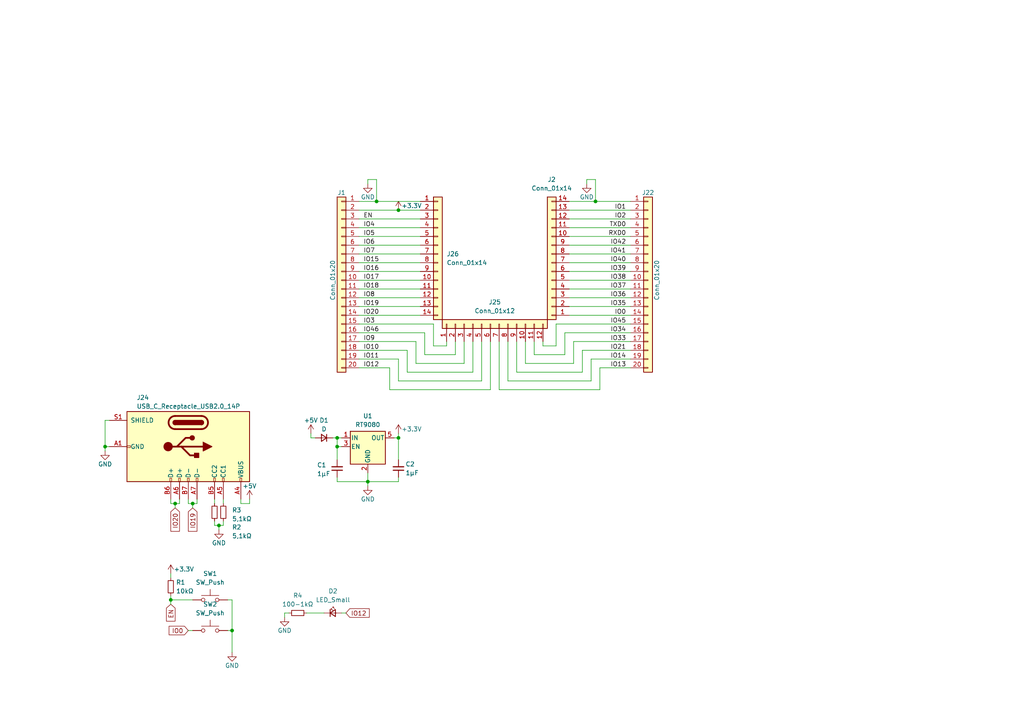
<source format=kicad_sch>
(kicad_sch (version 20231120) (generator "eeschema") (generator_version "8.0")
  (paper "A4")
  (lib_symbols
    (symbol "Connector:USB_C_Receptacle_USB2.0_14P" (pin_names (offset 1.016))
      (property "Reference" "J" (at 0 22.225 0))
      (property "Value" "USB_C_Receptacle_USB2.0_14P" (at 0 19.685 0))
      (symbol "USB_C_Receptacle_USB2.0_14P_0_0"
        (rectangle (start -0.254 -17.78) (end 0.254 -16.764))
        (rectangle (start 10.16 -4.826) (end 9.144 -5.334))
        (rectangle (start 10.16 -2.286) (end 9.144 -2.794))
        (rectangle (start 10.16 0.254) (end 9.144 -0.254))
        (rectangle (start 10.16 2.794) (end 9.144 2.286))
        (rectangle (start 10.16 7.874) (end 9.144 7.366))
        (rectangle (start 10.16 10.414) (end 9.144 9.906))
        (rectangle (start 10.16 15.494) (end 9.144 14.986))
      )
      (symbol "USB_C_Receptacle_USB2.0_14P_0_1"
        (rectangle (start -10.16 17.78) (end 10.16 -17.78) (stroke (width 0.254)) (fill (type background)))
        (arc (start -8.89 -3.81) (mid -6.985 -5.7067) (end -5.08 -3.81) (stroke (width 0.508)))
        (arc (start -7.62 -3.81) (mid -6.985 -4.4423) (end -6.35 -3.81) (stroke (width 0.254)))
        (arc (start -7.62 -3.81) (mid -6.985 -4.4423) (end -6.35 -3.81) (stroke (width 0.254)) (fill (type outline)))
        (rectangle (start -7.62 -3.81) (end -6.35 3.81) (stroke (width 0.254)) (fill (type outline)))
        (arc (start -6.35 3.81) (mid -6.985 4.4423) (end -7.62 3.81) (stroke (width 0.254)))
        (arc (start -6.35 3.81) (mid -6.985 4.4423) (end -7.62 3.81) (stroke (width 0.254)) (fill (type outline)))
        (arc (start -5.08 3.81) (mid -6.985 5.7067) (end -8.89 3.81) (stroke (width 0.508)))
        (circle (center -2.54 1.143) (radius 0.635) (stroke (width 0.254)) (fill (type outline)))
        (circle (center 0 -5.842) (radius 1.27) (fill (type outline)))
        (polyline (pts (xy -8.89 -3.81) (xy -8.89 3.81)) (stroke (width 0.508)))
        (polyline (pts (xy -5.08 3.81) (xy -5.08 -3.81)) (stroke (width 0.508)))
        (polyline (pts (xy 0 -5.842) (xy 0 4.318)) (stroke (width 0.508)))
        (polyline (pts (xy 0 -3.302) (xy -2.54 -0.762) (xy -2.54 0.508)) (stroke (width 0.508)))
        (polyline (pts (xy 0 -2.032) (xy 2.54 0.508) (xy 2.54 1.778)) (stroke (width 0.508)))
        (polyline (pts (xy -1.27 4.318) (xy 0 6.858) (xy 1.27 4.318) (xy -1.27 4.318)) (stroke (width 0.254)) (fill (type outline)))
        (rectangle (start 1.905 1.778) (end 3.175 3.048) (stroke (width 0.254)) (fill (type outline)))
      )
      (symbol "USB_C_Receptacle_USB2.0_14P_1_1"
        (pin passive line (at 0 -22.86 90) (length 5.08) (name "GND") (number "A1"))
        (pin passive line (at 0 -22.86 90) (length 5.08) hide (name "GND") (number "A12"))
        (pin passive line (at 15.24 15.24 180) (length 5.08) (name "VBUS") (number "A4"))
        (pin bidirectional line (at 15.24 10.16 180) (length 5.08) (name "CC1") (number "A5"))
        (pin bidirectional line (at 15.24 -2.54 180) (length 5.08) (name "D+") (number "A6"))
        (pin bidirectional line (at 15.24 2.54 180) (length 5.08) (name "D-") (number "A7"))
        (pin passive line (at 15.24 15.24 180) (length 5.08) hide (name "VBUS") (number "A9"))
        (pin passive line (at 0 -22.86 90) (length 5.08) hide (name "GND") (number "B1"))
        (pin passive line (at 0 -22.86 90) (length 5.08) hide (name "GND") (number "B12"))
        (pin passive line (at 15.24 15.24 180) (length 5.08) hide (name "VBUS") (number "B4"))
        (pin bidirectional line (at 15.24 7.62 180) (length 5.08) (name "CC2") (number "B5"))
        (pin bidirectional line (at 15.24 -5.08 180) (length 5.08) (name "D+") (number "B6"))
        (pin bidirectional line (at 15.24 0 180) (length 5.08) (name "D-") (number "B7"))
        (pin passive line (at 15.24 15.24 180) (length 5.08) hide (name "VBUS") (number "B9"))
        (pin passive line (at -7.62 -22.86 90) (length 5.08) (name "SHIELD") (number "S1"))
      )
    )
    (symbol "Connector_Generic:Conn_01x12" (pin_names (offset 1.016) hide)
      (property "Reference" "J" (at 0 15.24 0))
      (property "Value" "Conn_01x12" (at 0 -17.78 0))
      (symbol "Conn_01x12_1_1"
        (rectangle (start -1.27 -15.113) (end 0 -15.367) (stroke (width 0.1524)))
        (rectangle (start -1.27 -12.573) (end 0 -12.827) (stroke (width 0.1524)))
        (rectangle (start -1.27 -10.033) (end 0 -10.287) (stroke (width 0.1524)))
        (rectangle (start -1.27 -7.493) (end 0 -7.747) (stroke (width 0.1524)))
        (rectangle (start -1.27 -4.953) (end 0 -5.207) (stroke (width 0.1524)))
        (rectangle (start -1.27 -2.413) (end 0 -2.667) (stroke (width 0.1524)))
        (rectangle (start -1.27 0.127) (end 0 -0.127) (stroke (width 0.1524)))
        (rectangle (start -1.27 2.667) (end 0 2.413) (stroke (width 0.1524)))
        (rectangle (start -1.27 5.207) (end 0 4.953) (stroke (width 0.1524)))
        (rectangle (start -1.27 7.747) (end 0 7.493) (stroke (width 0.1524)))
        (rectangle (start -1.27 10.287) (end 0 10.033) (stroke (width 0.1524)))
        (rectangle (start -1.27 12.827) (end 0 12.573) (stroke (width 0.1524)))
        (rectangle (start -1.27 13.97) (end 1.27 -16.51) (stroke (width 0.254)) (fill (type background)))
        (pin passive line (at -5.08 12.7 0) (length 3.81) (name "Pin_1") (number "1"))
        (pin passive line (at -5.08 -10.16 0) (length 3.81) (name "Pin_10") (number "10"))
        (pin passive line (at -5.08 -12.7 0) (length 3.81) (name "Pin_11") (number "11"))
        (pin passive line (at -5.08 -15.24 0) (length 3.81) (name "Pin_12") (number "12"))
        (pin passive line (at -5.08 10.16 0) (length 3.81) (name "Pin_2") (number "2"))
        (pin passive line (at -5.08 7.62 0) (length 3.81) (name "Pin_3") (number "3"))
        (pin passive line (at -5.08 5.08 0) (length 3.81) (name "Pin_4") (number "4"))
        (pin passive line (at -5.08 2.54 0) (length 3.81) (name "Pin_5") (number "5"))
        (pin passive line (at -5.08 0 0) (length 3.81) (name "Pin_6") (number "6"))
        (pin passive line (at -5.08 -2.54 0) (length 3.81) (name "Pin_7") (number "7"))
        (pin passive line (at -5.08 -5.08 0) (length 3.81) (name "Pin_8") (number "8"))
        (pin passive line (at -5.08 -7.62 0) (length 3.81) (name "Pin_9") (number "9"))
      )
    )
    (symbol "Connector_Generic:Conn_01x14" (pin_names (offset 1.016) hide)
      (property "Reference" "J" (at 0 17.78 0))
      (property "Value" "Conn_01x14" (at 0 -20.32 0))
      (symbol "Conn_01x14_1_1"
        (rectangle (start -1.27 -17.653) (end 0 -17.907) (stroke (width 0.1524)))
        (rectangle (start -1.27 -15.113) (end 0 -15.367) (stroke (width 0.1524)))
        (rectangle (start -1.27 -12.573) (end 0 -12.827) (stroke (width 0.1524)))
        (rectangle (start -1.27 -10.033) (end 0 -10.287) (stroke (width 0.1524)))
        (rectangle (start -1.27 -7.493) (end 0 -7.747) (stroke (width 0.1524)))
        (rectangle (start -1.27 -4.953) (end 0 -5.207) (stroke (width 0.1524)))
        (rectangle (start -1.27 -2.413) (end 0 -2.667) (stroke (width 0.1524)))
        (rectangle (start -1.27 0.127) (end 0 -0.127) (stroke (width 0.1524)))
        (rectangle (start -1.27 2.667) (end 0 2.413) (stroke (width 0.1524)))
        (rectangle (start -1.27 5.207) (end 0 4.953) (stroke (width 0.1524)))
        (rectangle (start -1.27 7.747) (end 0 7.493) (stroke (width 0.1524)))
        (rectangle (start -1.27 10.287) (end 0 10.033) (stroke (width 0.1524)))
        (rectangle (start -1.27 12.827) (end 0 12.573) (stroke (width 0.1524)))
        (rectangle (start -1.27 15.367) (end 0 15.113) (stroke (width 0.1524)))
        (rectangle (start -1.27 16.51) (end 1.27 -19.05) (stroke (width 0.254)) (fill (type background)))
        (pin passive line (at -5.08 15.24 0) (length 3.81) (name "Pin_1") (number "1"))
        (pin passive line (at -5.08 -7.62 0) (length 3.81) (name "Pin_10") (number "10"))
        (pin passive line (at -5.08 -10.16 0) (length 3.81) (name "Pin_11") (number "11"))
        (pin passive line (at -5.08 -12.7 0) (length 3.81) (name "Pin_12") (number "12"))
        (pin passive line (at -5.08 -15.24 0) (length 3.81) (name "Pin_13") (number "13"))
        (pin passive line (at -5.08 -17.78 0) (length 3.81) (name "Pin_14") (number "14"))
        (pin passive line (at -5.08 12.7 0) (length 3.81) (name "Pin_2") (number "2"))
        (pin passive line (at -5.08 10.16 0) (length 3.81) (name "Pin_3") (number "3"))
        (pin passive line (at -5.08 7.62 0) (length 3.81) (name "Pin_4") (number "4"))
        (pin passive line (at -5.08 5.08 0) (length 3.81) (name "Pin_5") (number "5"))
        (pin passive line (at -5.08 2.54 0) (length 3.81) (name "Pin_6") (number "6"))
        (pin passive line (at -5.08 0 0) (length 3.81) (name "Pin_7") (number "7"))
        (pin passive line (at -5.08 -2.54 0) (length 3.81) (name "Pin_8") (number "8"))
        (pin passive line (at -5.08 -5.08 0) (length 3.81) (name "Pin_9") (number "9"))
      )
    )
    (symbol "Connector_Generic:Conn_01x20" (pin_names (offset 1.016) hide)
      (property "Reference" "J" (at 0 25.4 0))
      (property "Value" "Conn_01x20" (at 0 -27.94 0))
      (symbol "Conn_01x20_1_1"
        (rectangle (start -1.27 -25.273) (end 0 -25.527) (stroke (width 0.1524)))
        (rectangle (start -1.27 -22.733) (end 0 -22.987) (stroke (width 0.1524)))
        (rectangle (start -1.27 -20.193) (end 0 -20.447) (stroke (width 0.1524)))
        (rectangle (start -1.27 -17.653) (end 0 -17.907) (stroke (width 0.1524)))
        (rectangle (start -1.27 -15.113) (end 0 -15.367) (stroke (width 0.1524)))
        (rectangle (start -1.27 -12.573) (end 0 -12.827) (stroke (width 0.1524)))
        (rectangle (start -1.27 -10.033) (end 0 -10.287) (stroke (width 0.1524)))
        (rectangle (start -1.27 -7.493) (end 0 -7.747) (stroke (width 0.1524)))
        (rectangle (start -1.27 -4.953) (end 0 -5.207) (stroke (width 0.1524)))
        (rectangle (start -1.27 -2.413) (end 0 -2.667) (stroke (width 0.1524)))
        (rectangle (start -1.27 0.127) (end 0 -0.127) (stroke (width 0.1524)))
        (rectangle (start -1.27 2.667) (end 0 2.413) (stroke (width 0.1524)))
        (rectangle (start -1.27 5.207) (end 0 4.953) (stroke (width 0.1524)))
        (rectangle (start -1.27 7.747) (end 0 7.493) (stroke (width 0.1524)))
        (rectangle (start -1.27 10.287) (end 0 10.033) (stroke (width 0.1524)))
        (rectangle (start -1.27 12.827) (end 0 12.573) (stroke (width 0.1524)))
        (rectangle (start -1.27 15.367) (end 0 15.113) (stroke (width 0.1524)))
        (rectangle (start -1.27 17.907) (end 0 17.653) (stroke (width 0.1524)))
        (rectangle (start -1.27 20.447) (end 0 20.193) (stroke (width 0.1524)))
        (rectangle (start -1.27 22.987) (end 0 22.733) (stroke (width 0.1524)))
        (rectangle (start -1.27 24.13) (end 1.27 -26.67) (stroke (width 0.254)) (fill (type background)))
        (pin passive line (at -5.08 22.86 0) (length 3.81) (name "Pin_1") (number "1"))
        (pin passive line (at -5.08 0 0) (length 3.81) (name "Pin_10") (number "10"))
        (pin passive line (at -5.08 -2.54 0) (length 3.81) (name "Pin_11") (number "11"))
        (pin passive line (at -5.08 -5.08 0) (length 3.81) (name "Pin_12") (number "12"))
        (pin passive line (at -5.08 -7.62 0) (length 3.81) (name "Pin_13") (number "13"))
        (pin passive line (at -5.08 -10.16 0) (length 3.81) (name "Pin_14") (number "14"))
        (pin passive line (at -5.08 -12.7 0) (length 3.81) (name "Pin_15") (number "15"))
        (pin passive line (at -5.08 -15.24 0) (length 3.81) (name "Pin_16") (number "16"))
        (pin passive line (at -5.08 -17.78 0) (length 3.81) (name "Pin_17") (number "17"))
        (pin passive line (at -5.08 -20.32 0) (length 3.81) (name "Pin_18") (number "18"))
        (pin passive line (at -5.08 -22.86 0) (length 3.81) (name "Pin_19") (number "19"))
        (pin passive line (at -5.08 20.32 0) (length 3.81) (name "Pin_2") (number "2"))
        (pin passive line (at -5.08 -25.4 0) (length 3.81) (name "Pin_20") (number "20"))
        (pin passive line (at -5.08 17.78 0) (length 3.81) (name "Pin_3") (number "3"))
        (pin passive line (at -5.08 15.24 0) (length 3.81) (name "Pin_4") (number "4"))
        (pin passive line (at -5.08 12.7 0) (length 3.81) (name "Pin_5") (number "5"))
        (pin passive line (at -5.08 10.16 0) (length 3.81) (name "Pin_6") (number "6"))
        (pin passive line (at -5.08 7.62 0) (length 3.81) (name "Pin_7") (number "7"))
        (pin passive line (at -5.08 5.08 0) (length 3.81) (name "Pin_8") (number "8"))
        (pin passive line (at -5.08 2.54 0) (length 3.81) (name "Pin_9") (number "9"))
      )
    )
    (symbol "Device:C_Small" (pin_numbers hide) (pin_names (offset 0.254) hide)
      (property "Reference" "C" (at 0.254 1.778 0))
      (property "Value" "C_Small" (at 0.254 -2.032 0))
      (symbol "C_Small_0_1"
        (polyline (pts (xy -1.524 -0.508) (xy 1.524 -0.508)) (stroke (width 0.3302)))
        (polyline (pts (xy -1.524 0.508) (xy 1.524 0.508)) (stroke (width 0.3048)))
      )
      (symbol "C_Small_1_1"
        (pin passive line (at 0 2.54 270) (length 2.032) (name "~") (number "1"))
        (pin passive line (at 0 -2.54 90) (length 2.032) (name "~") (number "2"))
      )
    )
    (symbol "Device:D_Small" (pin_numbers hide) (pin_names (offset 0.254) hide)
      (property "Reference" "D" (at -1.27 2.032 0))
      (property "Value" "D_Small" (at -3.81 -2.032 0))
      (symbol "D_Small_0_1"
        (polyline (pts (xy -0.762 -1.016) (xy -0.762 1.016)) (stroke (width 0.254)))
        (polyline (pts (xy -0.762 0) (xy 0.762 0)))
        (polyline (pts (xy 0.762 -1.016) (xy -0.762 0) (xy 0.762 1.016) (xy 0.762 -1.016)) (stroke (width 0.254)))
      )
      (symbol "D_Small_1_1"
        (pin passive line (at -2.54 0 0) (length 1.778) (name "K") (number "1"))
        (pin passive line (at 2.54 0 180) (length 1.778) (name "A") (number "2"))
      )
    )
    (symbol "Device:LED_Small" (pin_numbers hide) (pin_names (offset 0.254) hide)
      (property "Reference" "D" (at -1.27 3.175 0))
      (property "Value" "LED_Small" (at -4.445 -2.54 0))
      (symbol "LED_Small_0_1"
        (polyline (pts (xy -0.762 -1.016) (xy -0.762 1.016)) (stroke (width 0.254)))
        (polyline (pts (xy 1.016 0) (xy -0.762 0)))
        (polyline (pts (xy 0.762 -1.016) (xy -0.762 0) (xy 0.762 1.016) (xy 0.762 -1.016)) (stroke (width 0.254)))
        (polyline (pts (xy 0 0.762) (xy -0.508 1.27) (xy -0.254 1.27) (xy -0.508 1.27) (xy -0.508 1.016)))
        (polyline (pts (xy 0.508 1.27) (xy 0 1.778) (xy 0.254 1.778) (xy 0 1.778) (xy 0 1.524)))
      )
      (symbol "LED_Small_1_1"
        (pin passive line (at -2.54 0 0) (length 1.778) (name "K") (number "1"))
        (pin passive line (at 2.54 0 180) (length 1.778) (name "A") (number "2"))
      )
    )
    (symbol "Device:R_Small" (pin_numbers hide) (pin_names (offset 0.254) hide)
      (property "Reference" "R" (at 0.762 0.508 0))
      (property "Value" "R_Small" (at 0.762 -1.016 0))
      (symbol "R_Small_0_1"
        (rectangle (start -0.762 1.778) (end 0.762 -1.778) (stroke (width 0.2032)))
      )
      (symbol "R_Small_1_1"
        (pin passive line (at 0 2.54 270) (length 0.762) (name "~") (number "1"))
        (pin passive line (at 0 -2.54 90) (length 0.762) (name "~") (number "2"))
      )
    )
    (symbol "Regulator_Linear:TLV75533PDBV" (pin_names (offset 0.254))
      (property "Reference" "U" (at -3.81 5.715 0))
      (property "Value" "TLV75533PDBV" (at 0 5.715 0))
      (symbol "TLV75533PDBV_0_1"
        (rectangle (start -5.08 4.445) (end 5.08 -5.08) (stroke (width 0.254)) (fill (type background)))
      )
      (symbol "TLV75533PDBV_1_1"
        (pin power_in line (at -7.62 2.54 0) (length 2.54) (name "IN") (number "1"))
        (pin power_in line (at 0 -7.62 90) (length 2.54) (name "GND") (number "2"))
        (pin input line (at -7.62 0 0) (length 2.54) (name "EN") (number "3"))
        (pin no_connect line (at 5.08 0 180) (length 2.54) hide (name "NC") (number "4"))
        (pin power_out line (at 7.62 2.54 180) (length 2.54) (name "OUT") (number "5"))
      )
    )
    (symbol "Switch:SW_Push" (pin_numbers hide) (pin_names (offset 1.016) hide)
      (property "Reference" "SW" (at 1.27 2.54 0))
      (property "Value" "SW_Push" (at 0 -1.524 0))
      (symbol "SW_Push_0_1"
        (circle (center -2.032 0) (radius 0.508))
        (polyline (pts (xy 0 1.27) (xy 0 3.048)))
        (polyline (pts (xy 2.54 1.27) (xy -2.54 1.27)))
        (circle (center 2.032 0) (radius 0.508))
        (pin passive line (at -5.08 0 0) (length 2.54) (name "1") (number "1"))
        (pin passive line (at 5.08 0 180) (length 2.54) (name "2") (number "2"))
      )
    )
    (symbol "power:+3.3V" (power) (pin_names (offset 0))
      (property "Value" "+3.3V" (at 0 3.556 0))
      (symbol "+3.3V_0_1"
        (polyline (pts (xy -0.762 1.27) (xy 0 2.54)))
        (polyline (pts (xy 0 0) (xy 0 2.54)))
        (polyline (pts (xy 0 2.54) (xy 0.762 1.27)))
      )
      (symbol "+3.3V_1_1"
        (pin power_in line (at 0 0 90) (length 0) hide (name "+3.3V") (number "1"))
      )
    )
    (symbol "power:+5V" (power) (pin_names (offset 0))
      (property "Value" "+5V" (at 0 3.556 0))
      (symbol "+5V_0_1"
        (polyline (pts (xy -0.762 1.27) (xy 0 2.54)))
        (polyline (pts (xy 0 0) (xy 0 2.54)))
        (polyline (pts (xy 0 2.54) (xy 0.762 1.27)))
      )
      (symbol "+5V_1_1"
        (pin power_in line (at 0 0 90) (length 0) hide (name "+5V") (number "1"))
      )
    )
    (symbol "power:GND" (power) (pin_names (offset 0))
      (property "Value" "GND" (at 0 -3.81 0))
      (symbol "GND_0_1"
        (polyline (pts (xy 0 0) (xy 0 -1.27) (xy 1.27 -1.27) (xy 0 -2.54) (xy -1.27 -1.27) (xy 0 -1.27)))
      )
      (symbol "GND_1_1"
        (pin power_in line (at 0 0 270) (length 0) hide (name "GND") (number "1"))
      )
    )
  )
  (junction (at 115.57 127))
  (junction (at 109.22 58.42))
  (junction (at 30.48 129.54))
  (junction (at 49.53 173.99))
  (junction (at 97.79 127))
  (junction (at 97.79 129.54))
  (junction (at 55.88 146.05))
  (junction (at 115.57 60.96))
  (junction (at 63.5 152.4))
  (junction (at 50.8 146.05))
  (junction (at 67.31 182.88))
  (junction (at 106.68 139.7))
  (junction (at 172.72 58.42))
  (wire (pts (xy 49.53 146.05) (xy 50.8 146.05)))
  (wire (pts (xy 115.57 104.14) (xy 115.57 110.49)))
  (wire (pts (xy 90.17 127) (xy 91.44 127)))
  (wire (pts (xy 121.92 58.42) (xy 109.22 58.42)))
  (wire (pts (xy 54.61 182.88) (xy 55.88 182.88)))
  (wire (pts (xy 104.14 104.14) (xy 115.57 104.14)))
  (wire (pts (xy 182.88 91.44) (xy 165.1 91.44)))
  (wire (pts (xy 67.31 173.99) (xy 66.04 173.99)))
  (wire (pts (xy 182.88 76.2) (xy 165.1 76.2)))
  (wire (pts (xy 121.92 88.9) (xy 104.14 88.9)))
  (wire (pts (xy 129.54 99.06) (xy 129.54 100.33)))
  (wire (pts (xy 106.68 137.16) (xy 106.68 139.7)))
  (wire (pts (xy 90.17 125.73) (xy 90.17 127)))
  (wire (pts (xy 54.61 146.05) (xy 55.88 146.05)))
  (wire (pts (xy 62.23 152.4) (xy 63.5 152.4)))
  (wire (pts (xy 104.14 93.98) (xy 125.73 93.98)))
  (wire (pts (xy 115.57 127) (xy 114.3 127)))
  (wire (pts (xy 52.07 146.05) (xy 50.8 146.05)))
  (wire (pts (xy 62.23 144.78) (xy 62.23 146.05)))
  (wire (pts (xy 121.92 63.5) (xy 104.14 63.5)))
  (wire (pts (xy 49.53 173.99) (xy 55.88 173.99)))
  (wire (pts (xy 121.92 68.58) (xy 104.14 68.58)))
  (wire (pts (xy 182.88 106.68) (xy 173.99 106.68)))
  (wire (pts (xy 134.62 99.06) (xy 134.62 105.41)))
  (wire (pts (xy 121.92 83.82) (xy 104.14 83.82)))
  (wire (pts (xy 99.06 177.8) (xy 100.33 177.8)))
  (wire (pts (xy 97.79 127) (xy 99.06 127)))
  (wire (pts (xy 163.83 102.87) (xy 154.94 102.87)))
  (wire (pts (xy 173.99 106.68) (xy 173.99 113.03)))
  (wire (pts (xy 82.55 177.8) (xy 82.55 179.07)))
  (wire (pts (xy 137.16 99.06) (xy 137.16 107.95)))
  (wire (pts (xy 172.72 52.07) (xy 172.72 58.42)))
  (wire (pts (xy 182.88 93.98) (xy 161.29 93.98)))
  (wire (pts (xy 120.65 105.41) (xy 134.62 105.41)))
  (wire (pts (xy 118.11 107.95) (xy 137.16 107.95)))
  (wire (pts (xy 49.53 173.99) (xy 49.53 175.26)))
  (wire (pts (xy 64.77 144.78) (xy 64.77 146.05)))
  (wire (pts (xy 121.92 81.28) (xy 104.14 81.28)))
  (wire (pts (xy 104.14 91.44) (xy 121.92 91.44)))
  (wire (pts (xy 115.57 60.96) (xy 104.14 60.96)))
  (wire (pts (xy 166.37 99.06) (xy 166.37 105.41)))
  (wire (pts (xy 172.72 58.42) (xy 165.1 58.42)))
  (wire (pts (xy 170.18 53.34) (xy 170.18 52.07)))
  (wire (pts (xy 57.15 144.78) (xy 57.15 146.05)))
  (wire (pts (xy 52.07 144.78) (xy 52.07 146.05)))
  (wire (pts (xy 132.08 102.87) (xy 132.08 99.06)))
  (wire (pts (xy 30.48 129.54) (xy 31.75 129.54)))
  (wire (pts (xy 97.79 129.54) (xy 97.79 133.35)))
  (wire (pts (xy 121.92 86.36) (xy 104.14 86.36)))
  (wire (pts (xy 104.14 96.52) (xy 123.19 96.52)))
  (wire (pts (xy 115.57 110.49) (xy 139.7 110.49)))
  (wire (pts (xy 69.85 146.05) (xy 69.85 144.78)))
  (wire (pts (xy 55.88 146.05) (xy 55.88 147.32)))
  (wire (pts (xy 125.73 93.98) (xy 125.73 100.33)))
  (wire (pts (xy 121.92 76.2) (xy 104.14 76.2)))
  (wire (pts (xy 64.77 151.13) (xy 64.77 152.4)))
  (wire (pts (xy 50.8 146.05) (xy 50.8 147.32)))
  (wire (pts (xy 121.92 66.04) (xy 104.14 66.04)))
  (wire (pts (xy 97.79 129.54) (xy 99.06 129.54)))
  (wire (pts (xy 171.45 104.14) (xy 171.45 110.49)))
  (wire (pts (xy 182.88 86.36) (xy 165.1 86.36)))
  (wire (pts (xy 97.79 139.7) (xy 106.68 139.7)))
  (wire (pts (xy 144.78 113.03) (xy 144.78 99.06)))
  (wire (pts (xy 182.88 58.42) (xy 172.72 58.42)))
  (wire (pts (xy 88.9 177.8) (xy 93.98 177.8)))
  (wire (pts (xy 182.88 71.12) (xy 165.1 71.12)))
  (wire (pts (xy 66.04 182.88) (xy 67.31 182.88)))
  (wire (pts (xy 113.03 113.03) (xy 142.24 113.03)))
  (wire (pts (xy 157.48 99.06) (xy 157.48 100.33)))
  (wire (pts (xy 31.75 121.92) (xy 30.48 121.92)))
  (wire (pts (xy 49.53 166.37) (xy 49.53 167.64)))
  (wire (pts (xy 139.7 110.49) (xy 139.7 99.06)))
  (wire (pts (xy 82.55 177.8) (xy 83.82 177.8)))
  (wire (pts (xy 121.92 78.74) (xy 104.14 78.74)))
  (wire (pts (xy 121.92 71.12) (xy 104.14 71.12)))
  (wire (pts (xy 120.65 99.06) (xy 120.65 105.41)))
  (wire (pts (xy 72.39 144.78) (xy 72.39 146.05)))
  (wire (pts (xy 182.88 66.04) (xy 165.1 66.04)))
  (wire (pts (xy 72.39 146.05) (xy 69.85 146.05)))
  (wire (pts (xy 147.32 110.49) (xy 147.32 99.06)))
  (wire (pts (xy 161.29 100.33) (xy 157.48 100.33)))
  (wire (pts (xy 182.88 73.66) (xy 165.1 73.66)))
  (wire (pts (xy 109.22 58.42) (xy 104.14 58.42)))
  (wire (pts (xy 115.57 133.35) (xy 115.57 127)))
  (wire (pts (xy 149.86 99.06) (xy 149.86 107.95)))
  (wire (pts (xy 182.88 83.82) (xy 165.1 83.82)))
  (wire (pts (xy 171.45 110.49) (xy 147.32 110.49)))
  (wire (pts (xy 67.31 173.99) (xy 67.31 182.88)))
  (wire (pts (xy 166.37 105.41) (xy 152.4 105.41)))
  (wire (pts (xy 182.88 68.58) (xy 165.1 68.58)))
  (wire (pts (xy 97.79 138.43) (xy 97.79 139.7)))
  (wire (pts (xy 30.48 129.54) (xy 30.48 130.81)))
  (wire (pts (xy 182.88 78.74) (xy 165.1 78.74)))
  (wire (pts (xy 106.68 53.34) (xy 106.68 52.07)))
  (wire (pts (xy 97.79 127) (xy 97.79 129.54)))
  (wire (pts (xy 182.88 60.96) (xy 165.1 60.96)))
  (wire (pts (xy 118.11 101.6) (xy 118.11 107.95)))
  (wire (pts (xy 109.22 52.07) (xy 109.22 58.42)))
  (wire (pts (xy 63.5 152.4) (xy 63.5 153.67)))
  (wire (pts (xy 168.91 107.95) (xy 149.86 107.95)))
  (wire (pts (xy 154.94 102.87) (xy 154.94 99.06)))
  (wire (pts (xy 64.77 152.4) (xy 63.5 152.4)))
  (wire (pts (xy 49.53 172.72) (xy 49.53 173.99)))
  (wire (pts (xy 54.61 144.78) (xy 54.61 146.05)))
  (wire (pts (xy 113.03 106.68) (xy 113.03 113.03)))
  (wire (pts (xy 161.29 93.98) (xy 161.29 100.33)))
  (wire (pts (xy 168.91 101.6) (xy 168.91 107.95)))
  (wire (pts (xy 106.68 139.7) (xy 106.68 140.97)))
  (wire (pts (xy 104.14 99.06) (xy 120.65 99.06)))
  (wire (pts (xy 163.83 96.52) (xy 163.83 102.87)))
  (wire (pts (xy 115.57 139.7) (xy 106.68 139.7)))
  (wire (pts (xy 170.18 52.07) (xy 172.72 52.07)))
  (wire (pts (xy 67.31 182.88) (xy 67.31 189.23)))
  (wire (pts (xy 182.88 88.9) (xy 165.1 88.9)))
  (wire (pts (xy 142.24 113.03) (xy 142.24 99.06)))
  (wire (pts (xy 182.88 101.6) (xy 168.91 101.6)))
  (wire (pts (xy 104.14 101.6) (xy 118.11 101.6)))
  (wire (pts (xy 115.57 125.73) (xy 115.57 127)))
  (wire (pts (xy 106.68 52.07) (xy 109.22 52.07)))
  (wire (pts (xy 182.88 81.28) (xy 165.1 81.28)))
  (wire (pts (xy 104.14 106.68) (xy 113.03 106.68)))
  (wire (pts (xy 49.53 144.78) (xy 49.53 146.05)))
  (wire (pts (xy 125.73 100.33) (xy 129.54 100.33)))
  (wire (pts (xy 96.52 127) (xy 97.79 127)))
  (wire (pts (xy 121.92 73.66) (xy 104.14 73.66)))
  (wire (pts (xy 115.57 138.43) (xy 115.57 139.7)))
  (wire (pts (xy 152.4 99.06) (xy 152.4 105.41)))
  (wire (pts (xy 173.99 113.03) (xy 144.78 113.03)))
  (wire (pts (xy 62.23 151.13) (xy 62.23 152.4)))
  (wire (pts (xy 123.19 96.52) (xy 123.19 102.87)))
  (wire (pts (xy 55.88 146.05) (xy 57.15 146.05)))
  (wire (pts (xy 182.88 63.5) (xy 165.1 63.5)))
  (wire (pts (xy 182.88 104.14) (xy 171.45 104.14)))
  (wire (pts (xy 30.48 121.92) (xy 30.48 129.54)))
  (wire (pts (xy 182.88 96.52) (xy 163.83 96.52)))
  (wire (pts (xy 182.88 99.06) (xy 166.37 99.06)))
  (wire (pts (xy 121.92 60.96) (xy 115.57 60.96)))
  (wire (pts (xy 123.19 102.87) (xy 132.08 102.87)))
  (label "IO14" (at 181.61 104.14 180))
  (label "IO0" (at 181.61 91.44 180))
  (label "IO21" (at 181.61 101.6 180))
  (label "IO6" (at 105.41 71.12 0))
  (label "IO42" (at 181.61 71.12 180))
  (label "IO36" (at 181.61 86.36 180))
  (label "TXD0" (at 181.61 66.04 180))
  (label "IO11" (at 105.41 104.14 0))
  (label "IO8" (at 105.41 86.36 0))
  (label "RXD0" (at 181.61 68.58 180))
  (label "IO33" (at 181.61 99.06 180))
  (label "IO9" (at 105.41 99.06 0))
  (label "IO39" (at 181.61 78.74 180))
  (label "IO34" (at 181.61 96.52 180))
  (label "IO38" (at 181.61 81.28 180))
  (label "EN" (at 105.41 63.5 0))
  (label "IO45" (at 181.61 93.98 180))
  (label "IO35" (at 181.61 88.9 180))
  (label "IO18" (at 105.41 83.82 0))
  (label "IO3" (at 105.41 93.98 0))
  (label "IO17" (at 105.41 81.28 0))
  (label "IO10" (at 105.41 101.6 0))
  (label "IO4" (at 105.41 66.04 0))
  (label "IO5" (at 105.41 68.58 0))
  (label "IO7" (at 105.41 73.66 0))
  (label "IO1" (at 181.61 60.96 180))
  (label "IO12" (at 105.41 106.68 0))
  (label "IO46" (at 105.41 96.52 0))
  (label "IO2" (at 181.61 63.5 180))
  (label "IO13" (at 181.61 106.68 180))
  (label "IO41" (at 181.61 73.66 180))
  (label "IO15" (at 105.41 76.2 0))
  (label "IO37" (at 181.61 83.82 180))
  (label "IO16" (at 105.41 78.74 0))
  (label "IO40" (at 181.61 76.2 180))
  (label "IO20" (at 105.41 91.44 0))
  (label "IO19" (at 105.41 88.9 0))
  (global_label "IO0" (shape input) (at 54.61 182.88 180) (property "Intersheetrefs" "${INTERSHEET_REFS}" (effects (hide yes))))
  (global_label "IO12" (shape input) (at 100.33 177.8 0) (property "Intersheetrefs" "${INTERSHEET_REFS}" (effects (hide yes))))
  (global_label "EN" (shape input) (at 49.53 175.26 270) (property "Intersheetrefs" "${INTERSHEET_REFS}" (effects (hide yes))))
  (global_label "IO20" (shape input) (at 50.8 147.32 270) (property "Intersheetrefs" "${INTERSHEET_REFS}" (effects (hide yes))))
  (global_label "IO19" (shape input) (at 55.88 147.32 270) (property "Intersheetrefs" "${INTERSHEET_REFS}" (effects (hide yes))))
  (symbol (lib_id "Connector_Generic:Conn_01x20") (at 187.96 81.28 0) (unit 1)
    (property "Reference" "J22" (at 187.96 55.88 0))
    (property "Value" "Conn_01x20" (at 190.5 81.28 90))
    (property "Footprint" "Connector_PinHeader_2.54mm:PinHeader_1x20_P2.54mm_Vertical" (effects (hide yes)))
  )
  (symbol (lib_id "Device:R_Small") (at 62.23 148.59 0) (unit 1)
    (property "Reference" "R2" (at 67.31 152.908 0) (effects (justify left)))
    (property "Value" "5,1kΩ" (at 67.31 155.448 0) (effects (justify left)))
    (property "Footprint" "Resistor_SMD:R_0402_1005Metric" (effects (hide yes)))
  )
  (symbol (lib_id "Device:R_Small") (at 86.36 177.8 90) (unit 1)
    (property "Reference" "R4" (at 86.36 172.72 90))
    (property "Value" "100-1kΩ" (at 86.36 175.26 90))
    (property "Footprint" "Resistor_SMD:R_0402_1005Metric" (effects (hide yes)))
  )
  (symbol (lib_id "Device:LED_Small") (at 96.52 177.8 0) (unit 1)
    (property "Reference" "D2" (at 96.5835 171.45 0))
    (property "Value" "LED_Small" (at 96.5835 173.99 0))
    (property "Footprint" "LED_SMD:LED_0402_1005Metric" (effects (hide yes)))
    (property "Description" "Light emitting diode, small symbol" (effects (hide yes)))
  )
  (symbol (lib_id "Device:D_Small") (at 93.98 127 180) (unit 1)
    (property "Reference" "D1" (at 93.98 121.92 0))
    (property "Value" "D" (at 93.98 124.46 0))
    (property "Footprint" "Diode_SMD:D_SOD-323" (effects (hide yes)))
    (property "Sim.Device" "D" (effects (hide yes)))
    (property "Sim.Pins" "1=K 2=A" (effects (hide yes)))
  )
  (symbol (lib_id "Device:C_Small") (at 97.79 135.89 180) (unit 1)
    (property "Reference" "C1" (at 91.948 134.874 0) (effects (justify right)))
    (property "Value" "1µF" (at 91.948 137.414 0) (effects (justify right)))
    (property "Footprint" "Capacitor_SMD:C_0402_1005Metric" (effects (hide yes)))
  )
  (symbol (lib_id "power:+5V") (at 90.17 125.73 0) (unit 1)
    (property "Reference" "#PWR06" (effects (hide yes)))
    (property "Value" "+5V" (at 90.17 121.92 0))
  )
  (symbol (lib_id "power:GND") (at 106.68 53.34 0) (unit 1)
    (property "Reference" "#PWR010" (effects (hide yes)))
    (property "Value" "GND" (at 106.68 57.15 0))
  )
  (symbol (lib_id "power:GND") (at 67.31 189.23 0) (unit 1)
    (property "Reference" "#PWR04" (effects (hide yes)))
    (property "Value" "GND" (at 67.31 193.04 0))
  )
  (symbol (lib_id "power:+5V") (at 72.39 144.78 0) (unit 1)
    (property "Reference" "#PWR05" (effects (hide yes)))
    (property "Value" "+5V" (at 72.39 140.97 0))
  )
  (symbol (lib_id "Device:R_Small") (at 64.77 148.59 0) (unit 1)
    (property "Reference" "R3" (at 67.31 147.955 0) (effects (justify left)))
    (property "Value" "5,1kΩ" (at 67.31 150.495 0) (effects (justify left)))
    (property "Footprint" "Resistor_SMD:R_0402_1005Metric" (effects (hide yes)))
  )
  (symbol (lib_id "Switch:SW_Push") (at 60.96 173.99 0) (unit 1)
    (property "Reference" "SW1" (at 60.96 166.37 0))
    (property "Value" "SW_Push" (at 60.96 168.91 0))
    (property "Footprint" "Button_Switch_SMD:SW_Push_SPST_NO_Alps_SKRK" (effects (hide yes)))
  )
  (symbol (lib_id "power:+3.3V") (at 115.57 125.73 0) (unit 1)
    (property "Reference" "#PWR08" (effects (hide yes)))
    (property "Value" "+3.3V" (at 119.38 124.46 0))
  )
  (symbol (lib_id "power:+3.3V") (at 49.53 166.37 0) (unit 1)
    (property "Reference" "#PWR02" (effects (hide yes)))
    (property "Value" "+3.3V" (at 53.34 165.1 0))
  )
  (symbol (lib_id "Device:C_Small") (at 115.57 135.89 180) (unit 1)
    (property "Reference" "C2" (at 117.602 134.62 0) (effects (justify right)))
    (property "Value" "1µF" (at 117.602 137.16 0) (effects (justify right)))
    (property "Footprint" "Capacitor_SMD:C_0402_1005Metric" (effects (hide yes)))
  )
  (symbol (lib_id "power:GND") (at 82.55 179.07 0) (unit 1)
    (property "Reference" "#PWR012" (effects (hide yes)))
    (property "Value" "GND" (at 82.55 182.88 0))
  )
  (symbol (lib_id "Connector:USB_C_Receptacle_USB2.0_14P") (at 54.61 129.54 270) (unit 1)
    (property "Reference" "J24" (at 39.624 115.316 90) (effects (justify left)))
    (property "Value" "USB_C_Receptacle_USB2.0_14P" (at 39.624 117.856 90) (effects (justify left)))
    (property "Footprint" "Connector_USB:USB_C_Receptacle_G-Switch_GT-USB-7010ASV" (effects (hide yes)))
    (property "Datasheet" "https://www.usb.org/sites/default/files/documents/usb_type-c.zip" (effects (hide yes)))
    (property "Description" "USB 2.0-only 14P Type-C Receptacle connector" (effects (hide yes)))
  )
  (symbol (lib_id "Connector_Generic:Conn_01x14") (at 160.02 76.2 180) (unit 1)
    (property "Reference" "J2" (at 160.02 52.07 0))
    (property "Value" "Conn_01x14" (at 160.02 54.61 0))
    (property "Footprint" "flexypin:FlexyPin_1x14_P1.27mm" (effects (hide yes)))
    (property "Description" "Generic connector, single row, 01x14, script generated (kicad-library-utils/schlib/autogen/connector/)" (effects (hide yes)))
  )
  (symbol (lib_id "power:GND") (at 106.68 140.97 0) (unit 1)
    (property "Reference" "#PWR07" (effects (hide yes)))
    (property "Value" "GND" (at 106.68 144.78 0))
  )
  (symbol (lib_id "Connector_Generic:Conn_01x20") (at 99.06 81.28 0) (mirror y) (unit 1)
    (property "Reference" "J1" (at 99.06 55.88 0))
    (property "Value" "Conn_01x20" (at 96.52 81.28 90))
    (property "Footprint" "Connector_PinHeader_2.54mm:PinHeader_1x20_P2.54mm_Vertical" (effects (hide yes)))
  )
  (symbol (lib_id "Connector_Generic:Conn_01x14") (at 127 73.66 0) (unit 1)
    (property "Reference" "J26" (at 129.54 73.6599 0) (effects (justify left)))
    (property "Value" "Conn_01x14" (at 129.54 76.1999 0) (effects (justify left)))
    (property "Footprint" "flexypin:FlexyPin_1x14_P1.27mm" (effects (hide yes)))
    (property "Description" "Generic connector, single row, 01x14, script generated (kicad-library-utils/schlib/autogen/connector/)" (effects (hide yes)))
  )
  (symbol (lib_id "Regulator_Linear:TLV75533PDBV") (at 106.68 129.54 0) (unit 1)
    (property "Reference" "U1" (at 106.68 120.65 0))
    (property "Value" "RT9080" (at 106.68 123.19 0))
    (property "Footprint" "Package_TO_SOT_SMD:SOT-23-5" (effects (hide yes)))
    (property "Datasheet" "http://www.ti.com/lit/ds/symlink/tlv755p.pdf" (effects (hide yes)))
  )
  (symbol (lib_id "power:GND") (at 63.5 153.67 0) (unit 1)
    (property "Reference" "#PWR03" (effects (hide yes)))
    (property "Value" "GND" (at 63.5 157.48 0))
  )
  (symbol (lib_id "Device:R_Small") (at 49.53 170.18 0) (unit 1)
    (property "Reference" "R1" (at 51.054 168.91 0) (effects (justify left)))
    (property "Value" "10kΩ" (at 51.054 171.45 0) (effects (justify left)))
    (property "Footprint" "Resistor_SMD:R_0402_1005Metric" (effects (hide yes)))
  )
  (symbol (lib_id "Connector_Generic:Conn_01x12") (at 142.24 93.98 90) (unit 1)
    (property "Reference" "J25" (at 143.51 87.63 90))
    (property "Value" "Conn_01x12" (at 143.51 90.17 90))
    (property "Footprint" "flexypin:FlexyPin_1x12_P1.27mm" (effects (hide yes)))
    (property "Description" "Generic connector, single row, 01x12, script generated (kicad-library-utils/schlib/autogen/connector/)" (effects (hide yes)))
  )
  (symbol (lib_id "Switch:SW_Push") (at 60.96 182.88 0) (unit 1)
    (property "Reference" "SW2" (at 60.96 175.26 0))
    (property "Value" "SW_Push" (at 60.96 177.8 0))
    (property "Footprint" "Button_Switch_SMD:SW_Push_SPST_NO_Alps_SKRK" (effects (hide yes)))
  )
  (symbol (lib_id "power:GND") (at 30.48 130.81 0) (unit 1)
    (property "Reference" "#PWR01" (effects (hide yes)))
    (property "Value" "GND" (at 30.48 134.62 0))
  )
  (symbol (lib_id "power:GND") (at 170.18 53.34 0) (unit 1)
    (property "Reference" "#PWR011" (effects (hide yes)))
    (property "Value" "GND" (at 170.18 57.15 0))
  )
  (symbol (lib_id "power:+3.3V") (at 115.57 60.96 0) (unit 1)
    (property "Reference" "#PWR09" (effects (hide yes)))
    (property "Value" "+3.3V" (at 119.38 59.69 0))
  )
)
</source>
